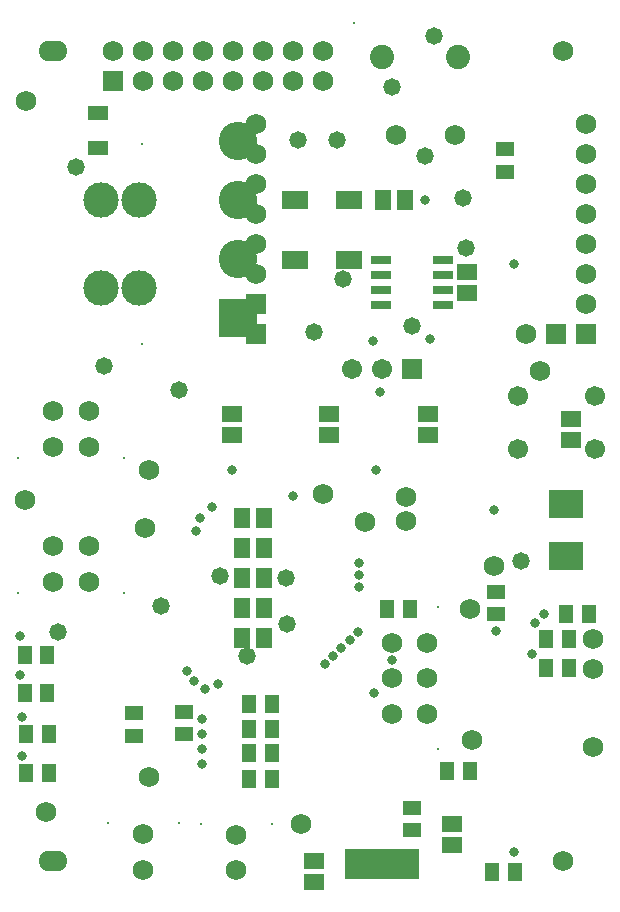
<source format=gbs>
G04*
G04 #@! TF.GenerationSoftware,Altium Limited,Altium Designer,19.1.8 (144)*
G04*
G04 Layer_Color=16711935*
%FSLAX25Y25*%
%MOIN*%
G70*
G01*
G75*
%ADD26R,0.25000X0.10000*%
%ADD27R,0.04934X0.06312*%
%ADD28R,0.06312X0.04934*%
%ADD35O,0.09700X0.06800*%
%ADD36R,0.04600X0.04600*%
%ADD37C,0.04600*%
%ADD38C,0.06800*%
%ADD39C,0.00800*%
%ADD40C,0.11784*%
%ADD41C,0.06698*%
%ADD42C,0.08083*%
%ADD43C,0.06706*%
%ADD44R,0.06706X0.06706*%
%ADD45R,0.12800X0.12800*%
%ADD46C,0.12800*%
%ADD47R,0.06800X0.06800*%
%ADD48C,0.06902*%
%ADD49R,0.06902X0.06902*%
%ADD50C,0.03300*%
%ADD51C,0.05800*%
%ADD80R,0.06509X0.05328*%
%ADD81R,0.09068X0.05918*%
%ADD82R,0.05328X0.06509*%
%ADD83R,0.11599X0.09300*%
%ADD84R,0.07099X0.04737*%
%ADD85R,0.06706X0.03162*%
D26*
X124500Y14216D02*
D03*
D27*
X186740Y79500D02*
D03*
X179260D02*
D03*
X186740Y89000D02*
D03*
X179260D02*
D03*
X146260Y45000D02*
D03*
X153740D02*
D03*
X133740Y99000D02*
D03*
X126260D02*
D03*
X193480Y97500D02*
D03*
X186000D02*
D03*
X80260Y67500D02*
D03*
X87740D02*
D03*
X80260Y59000D02*
D03*
X87740D02*
D03*
X80260Y51000D02*
D03*
X87740D02*
D03*
X80260Y42500D02*
D03*
X87740D02*
D03*
X161260Y11500D02*
D03*
X168740D02*
D03*
X13418Y44300D02*
D03*
X5937D02*
D03*
X13418Y57300D02*
D03*
X5937D02*
D03*
X12918Y71000D02*
D03*
X5437D02*
D03*
X12918Y83800D02*
D03*
X5437D02*
D03*
D28*
X165500Y252240D02*
D03*
Y244760D02*
D03*
X162500Y104740D02*
D03*
Y97260D02*
D03*
X58500Y57260D02*
D03*
Y64740D02*
D03*
X42000Y56760D02*
D03*
Y64240D02*
D03*
X134500Y32740D02*
D03*
Y25260D02*
D03*
D35*
X15000Y285000D02*
D03*
Y15000D02*
D03*
D36*
X114500Y11717D02*
D03*
D37*
Y16717D02*
D03*
X119500Y11717D02*
D03*
Y16717D02*
D03*
X124500Y11717D02*
D03*
Y16717D02*
D03*
X129500Y11717D02*
D03*
Y16717D02*
D03*
X134500Y11717D02*
D03*
Y16717D02*
D03*
D38*
X195000Y53000D02*
D03*
Y79000D02*
D03*
Y89000D02*
D03*
X6000Y268500D02*
D03*
X119000Y128000D02*
D03*
X12500Y31500D02*
D03*
X47000Y145500D02*
D03*
X45000Y24000D02*
D03*
Y12189D02*
D03*
X105000Y137500D02*
D03*
X26811Y165012D02*
D03*
Y153201D02*
D03*
X15000Y165012D02*
D03*
Y153201D02*
D03*
X139500Y64189D02*
D03*
X127689D02*
D03*
X139500Y76000D02*
D03*
X127689D02*
D03*
Y87811D02*
D03*
X139500D02*
D03*
X26811Y120000D02*
D03*
Y108189D02*
D03*
X15000Y120000D02*
D03*
Y108189D02*
D03*
X154500Y55500D02*
D03*
X154000Y99000D02*
D03*
X5500Y135500D02*
D03*
X185000Y285000D02*
D03*
Y15000D02*
D03*
X132500Y136500D02*
D03*
Y128500D02*
D03*
X76000Y12000D02*
D03*
Y23811D02*
D03*
X45500Y126000D02*
D03*
X129300Y257100D02*
D03*
X149000D02*
D03*
X172500Y190600D02*
D03*
X192500Y200600D02*
D03*
Y210600D02*
D03*
Y220600D02*
D03*
Y230600D02*
D03*
Y240600D02*
D03*
Y250600D02*
D03*
Y260600D02*
D03*
X82500D02*
D03*
Y250600D02*
D03*
Y240600D02*
D03*
Y230600D02*
D03*
Y220600D02*
D03*
Y210600D02*
D03*
X97500Y27500D02*
D03*
X47000Y43000D02*
D03*
X177300Y178500D02*
D03*
X162000Y113500D02*
D03*
D39*
X56811Y27701D02*
D03*
X33189D02*
D03*
X44484Y187311D02*
D03*
Y254201D02*
D03*
X38622Y149500D02*
D03*
X3189D02*
D03*
X143201Y52378D02*
D03*
Y99622D02*
D03*
X38622Y104488D02*
D03*
X3189D02*
D03*
X115157Y294496D02*
D03*
X64189Y27512D02*
D03*
X87811D02*
D03*
D40*
X43500Y235500D02*
D03*
X30980D02*
D03*
X43500Y206012D02*
D03*
X30980D02*
D03*
D41*
X170000Y170000D02*
D03*
X195590D02*
D03*
X170000Y152284D02*
D03*
X195590D02*
D03*
D42*
X150000Y283000D02*
D03*
X124409D02*
D03*
D43*
X114500Y179000D02*
D03*
X124500D02*
D03*
D44*
X134500D02*
D03*
D45*
X76500Y196100D02*
D03*
D46*
Y215800D02*
D03*
Y235500D02*
D03*
Y255200D02*
D03*
D47*
X182500Y190600D02*
D03*
X192500D02*
D03*
X82500Y200600D02*
D03*
Y190600D02*
D03*
D48*
X105000Y275000D02*
D03*
X95000D02*
D03*
X85000D02*
D03*
X75000D02*
D03*
X65000D02*
D03*
X55000D02*
D03*
X45000D02*
D03*
X105000Y285000D02*
D03*
X95000D02*
D03*
X85000D02*
D03*
X75000D02*
D03*
X65000D02*
D03*
X55000D02*
D03*
X45000D02*
D03*
X35000D02*
D03*
D49*
Y275000D02*
D03*
D50*
X140500Y189000D02*
D03*
X124000Y171318D02*
D03*
X121500Y188500D02*
D03*
X168500Y18000D02*
D03*
X74500Y145500D02*
D03*
X122500D02*
D03*
X95000Y136736D02*
D03*
X70000Y74000D02*
D03*
X128000Y82000D02*
D03*
X175500Y94500D02*
D03*
X65500Y72500D02*
D03*
X122000Y71000D02*
D03*
X174500Y84000D02*
D03*
X116500Y91432D02*
D03*
X64539Y47461D02*
D03*
Y52461D02*
D03*
Y57461D02*
D03*
X64500Y62500D02*
D03*
X4000Y90000D02*
D03*
X178500Y97500D02*
D03*
X4000Y77000D02*
D03*
X4500Y63000D02*
D03*
X168500Y213932D02*
D03*
X4500Y50000D02*
D03*
X162500Y91740D02*
D03*
X117000Y110500D02*
D03*
X59461Y78539D02*
D03*
X62000Y75000D02*
D03*
X162000Y132000D02*
D03*
X117000Y114500D02*
D03*
X139000Y235500D02*
D03*
X62500Y125000D02*
D03*
X64000Y129500D02*
D03*
X68000Y133000D02*
D03*
X117000Y106500D02*
D03*
X113711Y88711D02*
D03*
X111000Y86000D02*
D03*
X108289Y83289D02*
D03*
X105579Y80579D02*
D03*
D51*
X134500Y193500D02*
D03*
X32000Y180000D02*
D03*
X22500Y246500D02*
D03*
X142000Y290000D02*
D03*
X139000Y250000D02*
D03*
X151500Y236000D02*
D03*
X102000Y191500D02*
D03*
X127689Y273000D02*
D03*
X109500Y255500D02*
D03*
X96500D02*
D03*
X56945Y172000D02*
D03*
X50750Y100000D02*
D03*
X79500Y83500D02*
D03*
X70500Y110000D02*
D03*
X171000Y115000D02*
D03*
X93000Y94000D02*
D03*
X16536Y91300D02*
D03*
X92500Y109500D02*
D03*
X111500Y209000D02*
D03*
X152500Y219500D02*
D03*
D80*
X187500Y162543D02*
D03*
Y155457D02*
D03*
X140000Y156957D02*
D03*
Y164043D02*
D03*
X107000Y156957D02*
D03*
Y164043D02*
D03*
X74500Y156957D02*
D03*
Y164043D02*
D03*
X153000Y204413D02*
D03*
Y211500D02*
D03*
X102000Y15043D02*
D03*
Y7957D02*
D03*
X148000Y27543D02*
D03*
Y20457D02*
D03*
D81*
X113500Y235500D02*
D03*
Y215500D02*
D03*
X95390D02*
D03*
Y235500D02*
D03*
D82*
X132043D02*
D03*
X124957D02*
D03*
X77957Y129500D02*
D03*
X85043D02*
D03*
X85043Y119500D02*
D03*
X77957D02*
D03*
X85043Y109500D02*
D03*
X77957D02*
D03*
X85043Y99500D02*
D03*
X77957D02*
D03*
X85043Y89500D02*
D03*
X77957D02*
D03*
D83*
X185817Y134201D02*
D03*
Y116799D02*
D03*
D84*
X30000Y264406D02*
D03*
Y252594D02*
D03*
D85*
X144933Y215500D02*
D03*
Y210500D02*
D03*
Y205500D02*
D03*
Y200500D02*
D03*
X124067D02*
D03*
Y205500D02*
D03*
Y210500D02*
D03*
Y215500D02*
D03*
M02*

</source>
